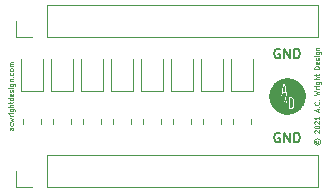
<source format=gbr>
G04 #@! TF.GenerationSoftware,KiCad,Pcbnew,(5.1.9-0-10_14)*
G04 #@! TF.CreationDate,2021-04-08T15:49:56-05:00*
G04 #@! TF.ProjectId,LED Helper,4c454420-4865-46c7-9065-722e6b696361,1*
G04 #@! TF.SameCoordinates,Original*
G04 #@! TF.FileFunction,Legend,Top*
G04 #@! TF.FilePolarity,Positive*
%FSLAX46Y46*%
G04 Gerber Fmt 4.6, Leading zero omitted, Abs format (unit mm)*
G04 Created by KiCad (PCBNEW (5.1.9-0-10_14)) date 2021-04-08 15:49:56*
%MOMM*%
%LPD*%
G01*
G04 APERTURE LIST*
%ADD10C,0.150000*%
%ADD11C,0.100000*%
%ADD12C,0.010000*%
%ADD13C,0.120000*%
G04 APERTURE END LIST*
D10*
X145440476Y-88246000D02*
X145364285Y-88207904D01*
X145250000Y-88207904D01*
X145135714Y-88246000D01*
X145059523Y-88322190D01*
X145021428Y-88398380D01*
X144983333Y-88550761D01*
X144983333Y-88665047D01*
X145021428Y-88817428D01*
X145059523Y-88893619D01*
X145135714Y-88969809D01*
X145250000Y-89007904D01*
X145326190Y-89007904D01*
X145440476Y-88969809D01*
X145478571Y-88931714D01*
X145478571Y-88665047D01*
X145326190Y-88665047D01*
X145821428Y-89007904D02*
X145821428Y-88207904D01*
X146278571Y-89007904D01*
X146278571Y-88207904D01*
X146659523Y-89007904D02*
X146659523Y-88207904D01*
X146850000Y-88207904D01*
X146964285Y-88246000D01*
X147040476Y-88322190D01*
X147078571Y-88398380D01*
X147116666Y-88550761D01*
X147116666Y-88665047D01*
X147078571Y-88817428D01*
X147040476Y-88893619D01*
X146964285Y-88969809D01*
X146850000Y-89007904D01*
X146659523Y-89007904D01*
X145440476Y-81134000D02*
X145364285Y-81095904D01*
X145250000Y-81095904D01*
X145135714Y-81134000D01*
X145059523Y-81210190D01*
X145021428Y-81286380D01*
X144983333Y-81438761D01*
X144983333Y-81553047D01*
X145021428Y-81705428D01*
X145059523Y-81781619D01*
X145135714Y-81857809D01*
X145250000Y-81895904D01*
X145326190Y-81895904D01*
X145440476Y-81857809D01*
X145478571Y-81819714D01*
X145478571Y-81553047D01*
X145326190Y-81553047D01*
X145821428Y-81895904D02*
X145821428Y-81095904D01*
X146278571Y-81895904D01*
X146278571Y-81095904D01*
X146659523Y-81895904D02*
X146659523Y-81095904D01*
X146850000Y-81095904D01*
X146964285Y-81134000D01*
X147040476Y-81210190D01*
X147078571Y-81286380D01*
X147116666Y-81438761D01*
X147116666Y-81553047D01*
X147078571Y-81705428D01*
X147040476Y-81781619D01*
X146964285Y-81857809D01*
X146850000Y-81895904D01*
X146659523Y-81895904D01*
D11*
X122862952Y-87766190D02*
X122653428Y-87766190D01*
X122615333Y-87785238D01*
X122596285Y-87823333D01*
X122596285Y-87899523D01*
X122615333Y-87937619D01*
X122843904Y-87766190D02*
X122862952Y-87804285D01*
X122862952Y-87899523D01*
X122843904Y-87937619D01*
X122805809Y-87956666D01*
X122767714Y-87956666D01*
X122729619Y-87937619D01*
X122710571Y-87899523D01*
X122710571Y-87804285D01*
X122691523Y-87766190D01*
X122843904Y-87404285D02*
X122862952Y-87442380D01*
X122862952Y-87518571D01*
X122843904Y-87556666D01*
X122824857Y-87575714D01*
X122786761Y-87594761D01*
X122672476Y-87594761D01*
X122634380Y-87575714D01*
X122615333Y-87556666D01*
X122596285Y-87518571D01*
X122596285Y-87442380D01*
X122615333Y-87404285D01*
X122596285Y-87270952D02*
X122862952Y-87194761D01*
X122672476Y-87118571D01*
X122862952Y-87042380D01*
X122596285Y-86966190D01*
X122862952Y-86813809D02*
X122596285Y-86813809D01*
X122672476Y-86813809D02*
X122634380Y-86794761D01*
X122615333Y-86775714D01*
X122596285Y-86737619D01*
X122596285Y-86699523D01*
X122862952Y-86566190D02*
X122596285Y-86566190D01*
X122462952Y-86566190D02*
X122482000Y-86585238D01*
X122501047Y-86566190D01*
X122482000Y-86547142D01*
X122462952Y-86566190D01*
X122501047Y-86566190D01*
X122596285Y-86204285D02*
X122920095Y-86204285D01*
X122958190Y-86223333D01*
X122977238Y-86242380D01*
X122996285Y-86280476D01*
X122996285Y-86337619D01*
X122977238Y-86375714D01*
X122843904Y-86204285D02*
X122862952Y-86242380D01*
X122862952Y-86318571D01*
X122843904Y-86356666D01*
X122824857Y-86375714D01*
X122786761Y-86394761D01*
X122672476Y-86394761D01*
X122634380Y-86375714D01*
X122615333Y-86356666D01*
X122596285Y-86318571D01*
X122596285Y-86242380D01*
X122615333Y-86204285D01*
X122862952Y-86013809D02*
X122462952Y-86013809D01*
X122862952Y-85842380D02*
X122653428Y-85842380D01*
X122615333Y-85861428D01*
X122596285Y-85899523D01*
X122596285Y-85956666D01*
X122615333Y-85994761D01*
X122634380Y-86013809D01*
X122596285Y-85709047D02*
X122596285Y-85556666D01*
X122462952Y-85651904D02*
X122805809Y-85651904D01*
X122843904Y-85632857D01*
X122862952Y-85594761D01*
X122862952Y-85556666D01*
X122862952Y-85251904D02*
X122462952Y-85251904D01*
X122843904Y-85251904D02*
X122862952Y-85290000D01*
X122862952Y-85366190D01*
X122843904Y-85404285D01*
X122824857Y-85423333D01*
X122786761Y-85442380D01*
X122672476Y-85442380D01*
X122634380Y-85423333D01*
X122615333Y-85404285D01*
X122596285Y-85366190D01*
X122596285Y-85290000D01*
X122615333Y-85251904D01*
X122843904Y-84909047D02*
X122862952Y-84947142D01*
X122862952Y-85023333D01*
X122843904Y-85061428D01*
X122805809Y-85080476D01*
X122653428Y-85080476D01*
X122615333Y-85061428D01*
X122596285Y-85023333D01*
X122596285Y-84947142D01*
X122615333Y-84909047D01*
X122653428Y-84890000D01*
X122691523Y-84890000D01*
X122729619Y-85080476D01*
X122843904Y-84737619D02*
X122862952Y-84699523D01*
X122862952Y-84623333D01*
X122843904Y-84585238D01*
X122805809Y-84566190D01*
X122786761Y-84566190D01*
X122748666Y-84585238D01*
X122729619Y-84623333D01*
X122729619Y-84680476D01*
X122710571Y-84718571D01*
X122672476Y-84737619D01*
X122653428Y-84737619D01*
X122615333Y-84718571D01*
X122596285Y-84680476D01*
X122596285Y-84623333D01*
X122615333Y-84585238D01*
X122862952Y-84394761D02*
X122596285Y-84394761D01*
X122462952Y-84394761D02*
X122482000Y-84413809D01*
X122501047Y-84394761D01*
X122482000Y-84375714D01*
X122462952Y-84394761D01*
X122501047Y-84394761D01*
X122596285Y-84032857D02*
X122920095Y-84032857D01*
X122958190Y-84051904D01*
X122977238Y-84070952D01*
X122996285Y-84109047D01*
X122996285Y-84166190D01*
X122977238Y-84204285D01*
X122843904Y-84032857D02*
X122862952Y-84070952D01*
X122862952Y-84147142D01*
X122843904Y-84185238D01*
X122824857Y-84204285D01*
X122786761Y-84223333D01*
X122672476Y-84223333D01*
X122634380Y-84204285D01*
X122615333Y-84185238D01*
X122596285Y-84147142D01*
X122596285Y-84070952D01*
X122615333Y-84032857D01*
X122596285Y-83842380D02*
X122862952Y-83842380D01*
X122634380Y-83842380D02*
X122615333Y-83823333D01*
X122596285Y-83785238D01*
X122596285Y-83728095D01*
X122615333Y-83690000D01*
X122653428Y-83670952D01*
X122862952Y-83670952D01*
X122824857Y-83480476D02*
X122843904Y-83461428D01*
X122862952Y-83480476D01*
X122843904Y-83499523D01*
X122824857Y-83480476D01*
X122862952Y-83480476D01*
X122843904Y-83118571D02*
X122862952Y-83156666D01*
X122862952Y-83232857D01*
X122843904Y-83270952D01*
X122824857Y-83290000D01*
X122786761Y-83309047D01*
X122672476Y-83309047D01*
X122634380Y-83290000D01*
X122615333Y-83270952D01*
X122596285Y-83232857D01*
X122596285Y-83156666D01*
X122615333Y-83118571D01*
X122862952Y-82890000D02*
X122843904Y-82928095D01*
X122824857Y-82947142D01*
X122786761Y-82966190D01*
X122672476Y-82966190D01*
X122634380Y-82947142D01*
X122615333Y-82928095D01*
X122596285Y-82890000D01*
X122596285Y-82832857D01*
X122615333Y-82794761D01*
X122634380Y-82775714D01*
X122672476Y-82756666D01*
X122786761Y-82756666D01*
X122824857Y-82775714D01*
X122843904Y-82794761D01*
X122862952Y-82832857D01*
X122862952Y-82890000D01*
X122862952Y-82585238D02*
X122596285Y-82585238D01*
X122634380Y-82585238D02*
X122615333Y-82566190D01*
X122596285Y-82528095D01*
X122596285Y-82470952D01*
X122615333Y-82432857D01*
X122653428Y-82413809D01*
X122862952Y-82413809D01*
X122653428Y-82413809D02*
X122615333Y-82394761D01*
X122596285Y-82356666D01*
X122596285Y-82299523D01*
X122615333Y-82261428D01*
X122653428Y-82242380D01*
X122862952Y-82242380D01*
X148466190Y-88861428D02*
X148447142Y-88899523D01*
X148447142Y-88975714D01*
X148466190Y-89013809D01*
X148504285Y-89051904D01*
X148542380Y-89070952D01*
X148618571Y-89070952D01*
X148656666Y-89051904D01*
X148694761Y-89013809D01*
X148713809Y-88975714D01*
X148713809Y-88899523D01*
X148694761Y-88861428D01*
X148313809Y-88937619D02*
X148332857Y-89032857D01*
X148390000Y-89128095D01*
X148485238Y-89185238D01*
X148580476Y-89204285D01*
X148675714Y-89185238D01*
X148770952Y-89128095D01*
X148828095Y-89032857D01*
X148847142Y-88937619D01*
X148828095Y-88842380D01*
X148770952Y-88747142D01*
X148675714Y-88690000D01*
X148580476Y-88670952D01*
X148485238Y-88690000D01*
X148390000Y-88747142D01*
X148332857Y-88842380D01*
X148313809Y-88937619D01*
X148409047Y-88213809D02*
X148390000Y-88194761D01*
X148370952Y-88156666D01*
X148370952Y-88061428D01*
X148390000Y-88023333D01*
X148409047Y-88004285D01*
X148447142Y-87985238D01*
X148485238Y-87985238D01*
X148542380Y-88004285D01*
X148770952Y-88232857D01*
X148770952Y-87985238D01*
X148370952Y-87737619D02*
X148370952Y-87699523D01*
X148390000Y-87661428D01*
X148409047Y-87642380D01*
X148447142Y-87623333D01*
X148523333Y-87604285D01*
X148618571Y-87604285D01*
X148694761Y-87623333D01*
X148732857Y-87642380D01*
X148751904Y-87661428D01*
X148770952Y-87699523D01*
X148770952Y-87737619D01*
X148751904Y-87775714D01*
X148732857Y-87794761D01*
X148694761Y-87813809D01*
X148618571Y-87832857D01*
X148523333Y-87832857D01*
X148447142Y-87813809D01*
X148409047Y-87794761D01*
X148390000Y-87775714D01*
X148370952Y-87737619D01*
X148409047Y-87451904D02*
X148390000Y-87432857D01*
X148370952Y-87394761D01*
X148370952Y-87299523D01*
X148390000Y-87261428D01*
X148409047Y-87242380D01*
X148447142Y-87223333D01*
X148485238Y-87223333D01*
X148542380Y-87242380D01*
X148770952Y-87470952D01*
X148770952Y-87223333D01*
X148770952Y-86842380D02*
X148770952Y-87070952D01*
X148770952Y-86956666D02*
X148370952Y-86956666D01*
X148428095Y-86994761D01*
X148466190Y-87032857D01*
X148485238Y-87070952D01*
X148656666Y-86385238D02*
X148656666Y-86194761D01*
X148770952Y-86423333D02*
X148370952Y-86290000D01*
X148770952Y-86156666D01*
X148732857Y-86023333D02*
X148751904Y-86004285D01*
X148770952Y-86023333D01*
X148751904Y-86042380D01*
X148732857Y-86023333D01*
X148770952Y-86023333D01*
X148732857Y-85604285D02*
X148751904Y-85623333D01*
X148770952Y-85680476D01*
X148770952Y-85718571D01*
X148751904Y-85775714D01*
X148713809Y-85813809D01*
X148675714Y-85832857D01*
X148599523Y-85851904D01*
X148542380Y-85851904D01*
X148466190Y-85832857D01*
X148428095Y-85813809D01*
X148390000Y-85775714D01*
X148370952Y-85718571D01*
X148370952Y-85680476D01*
X148390000Y-85623333D01*
X148409047Y-85604285D01*
X148732857Y-85432857D02*
X148751904Y-85413809D01*
X148770952Y-85432857D01*
X148751904Y-85451904D01*
X148732857Y-85432857D01*
X148770952Y-85432857D01*
X148370952Y-84975714D02*
X148770952Y-84880476D01*
X148485238Y-84804285D01*
X148770952Y-84728095D01*
X148370952Y-84632857D01*
X148770952Y-84480476D02*
X148504285Y-84480476D01*
X148580476Y-84480476D02*
X148542380Y-84461428D01*
X148523333Y-84442380D01*
X148504285Y-84404285D01*
X148504285Y-84366190D01*
X148770952Y-84232857D02*
X148504285Y-84232857D01*
X148370952Y-84232857D02*
X148390000Y-84251904D01*
X148409047Y-84232857D01*
X148390000Y-84213809D01*
X148370952Y-84232857D01*
X148409047Y-84232857D01*
X148504285Y-83870952D02*
X148828095Y-83870952D01*
X148866190Y-83890000D01*
X148885238Y-83909047D01*
X148904285Y-83947142D01*
X148904285Y-84004285D01*
X148885238Y-84042380D01*
X148751904Y-83870952D02*
X148770952Y-83909047D01*
X148770952Y-83985238D01*
X148751904Y-84023333D01*
X148732857Y-84042380D01*
X148694761Y-84061428D01*
X148580476Y-84061428D01*
X148542380Y-84042380D01*
X148523333Y-84023333D01*
X148504285Y-83985238D01*
X148504285Y-83909047D01*
X148523333Y-83870952D01*
X148770952Y-83680476D02*
X148370952Y-83680476D01*
X148770952Y-83509047D02*
X148561428Y-83509047D01*
X148523333Y-83528095D01*
X148504285Y-83566190D01*
X148504285Y-83623333D01*
X148523333Y-83661428D01*
X148542380Y-83680476D01*
X148504285Y-83375714D02*
X148504285Y-83223333D01*
X148370952Y-83318571D02*
X148713809Y-83318571D01*
X148751904Y-83299523D01*
X148770952Y-83261428D01*
X148770952Y-83223333D01*
X148770952Y-82785238D02*
X148370952Y-82785238D01*
X148370952Y-82690000D01*
X148390000Y-82632857D01*
X148428095Y-82594761D01*
X148466190Y-82575714D01*
X148542380Y-82556666D01*
X148599523Y-82556666D01*
X148675714Y-82575714D01*
X148713809Y-82594761D01*
X148751904Y-82632857D01*
X148770952Y-82690000D01*
X148770952Y-82785238D01*
X148751904Y-82232857D02*
X148770952Y-82270952D01*
X148770952Y-82347142D01*
X148751904Y-82385238D01*
X148713809Y-82404285D01*
X148561428Y-82404285D01*
X148523333Y-82385238D01*
X148504285Y-82347142D01*
X148504285Y-82270952D01*
X148523333Y-82232857D01*
X148561428Y-82213809D01*
X148599523Y-82213809D01*
X148637619Y-82404285D01*
X148751904Y-82061428D02*
X148770952Y-82023333D01*
X148770952Y-81947142D01*
X148751904Y-81909047D01*
X148713809Y-81890000D01*
X148694761Y-81890000D01*
X148656666Y-81909047D01*
X148637619Y-81947142D01*
X148637619Y-82004285D01*
X148618571Y-82042380D01*
X148580476Y-82061428D01*
X148561428Y-82061428D01*
X148523333Y-82042380D01*
X148504285Y-82004285D01*
X148504285Y-81947142D01*
X148523333Y-81909047D01*
X148770952Y-81718571D02*
X148504285Y-81718571D01*
X148370952Y-81718571D02*
X148390000Y-81737619D01*
X148409047Y-81718571D01*
X148390000Y-81699523D01*
X148370952Y-81718571D01*
X148409047Y-81718571D01*
X148504285Y-81356666D02*
X148828095Y-81356666D01*
X148866190Y-81375714D01*
X148885238Y-81394761D01*
X148904285Y-81432857D01*
X148904285Y-81490000D01*
X148885238Y-81528095D01*
X148751904Y-81356666D02*
X148770952Y-81394761D01*
X148770952Y-81470952D01*
X148751904Y-81509047D01*
X148732857Y-81528095D01*
X148694761Y-81547142D01*
X148580476Y-81547142D01*
X148542380Y-81528095D01*
X148523333Y-81509047D01*
X148504285Y-81470952D01*
X148504285Y-81394761D01*
X148523333Y-81356666D01*
X148504285Y-81166190D02*
X148770952Y-81166190D01*
X148542380Y-81166190D02*
X148523333Y-81147142D01*
X148504285Y-81109047D01*
X148504285Y-81051904D01*
X148523333Y-81013809D01*
X148561428Y-80994761D01*
X148770952Y-80994761D01*
D12*
G36*
X146071612Y-83590508D02*
G01*
X146097628Y-83590804D01*
X146121878Y-83591327D01*
X146143386Y-83592076D01*
X146161173Y-83593053D01*
X146166840Y-83593491D01*
X146255967Y-83603579D01*
X146343200Y-83618381D01*
X146428538Y-83637895D01*
X146511978Y-83662121D01*
X146593520Y-83691059D01*
X146673163Y-83724709D01*
X146750905Y-83763069D01*
X146826746Y-83806140D01*
X146900684Y-83853922D01*
X146917410Y-83865570D01*
X146979267Y-83911937D01*
X147039832Y-83962664D01*
X147098380Y-84017064D01*
X147154188Y-84074450D01*
X147206534Y-84134134D01*
X147228824Y-84161630D01*
X147279292Y-84229501D01*
X147325996Y-84300520D01*
X147368742Y-84374287D01*
X147407339Y-84450403D01*
X147441594Y-84528470D01*
X147471316Y-84608089D01*
X147496312Y-84688860D01*
X147511578Y-84748811D01*
X147523802Y-84805916D01*
X147533476Y-84861026D01*
X147540750Y-84915484D01*
X147545774Y-84970631D01*
X147548697Y-85027810D01*
X147549669Y-85088363D01*
X147549670Y-85090000D01*
X147549563Y-85111866D01*
X147549260Y-85134040D01*
X147548790Y-85155480D01*
X147548181Y-85175147D01*
X147547461Y-85192001D01*
X147546659Y-85205001D01*
X147546508Y-85206840D01*
X147537072Y-85292114D01*
X147523576Y-85374660D01*
X147505883Y-85454976D01*
X147483857Y-85533557D01*
X147457363Y-85610901D01*
X147426265Y-85687506D01*
X147398956Y-85746590D01*
X147360700Y-85820345D01*
X147319399Y-85890444D01*
X147274672Y-85957424D01*
X147226135Y-86021823D01*
X147173403Y-86084177D01*
X147116095Y-86145022D01*
X147110571Y-86150571D01*
X147049837Y-86208320D01*
X146987645Y-86261457D01*
X146923457Y-86310366D01*
X146856737Y-86355428D01*
X146786948Y-86397028D01*
X146713552Y-86435548D01*
X146706590Y-86438956D01*
X146627772Y-86474733D01*
X146548492Y-86505538D01*
X146468366Y-86531478D01*
X146387007Y-86552660D01*
X146304030Y-86569192D01*
X146219051Y-86581180D01*
X146182080Y-86584939D01*
X146168738Y-86585935D01*
X146151782Y-86586879D01*
X146132106Y-86587750D01*
X146110607Y-86588527D01*
X146088180Y-86589187D01*
X146065720Y-86589708D01*
X146044123Y-86590070D01*
X146024284Y-86590251D01*
X146007100Y-86590229D01*
X145993465Y-86589982D01*
X145986500Y-86589663D01*
X145951737Y-86587251D01*
X145921149Y-86584863D01*
X145893831Y-86582400D01*
X145868879Y-86579760D01*
X145845389Y-86576841D01*
X145822456Y-86573543D01*
X145799177Y-86569765D01*
X145782471Y-86566830D01*
X145698616Y-86549143D01*
X145615780Y-86526562D01*
X145534265Y-86499225D01*
X145454371Y-86467266D01*
X145376401Y-86430822D01*
X145300656Y-86390029D01*
X145227438Y-86345023D01*
X145157047Y-86295939D01*
X145121630Y-86268824D01*
X145061134Y-86218276D01*
X145002626Y-86163941D01*
X144946794Y-86106539D01*
X144894324Y-86046795D01*
X144845905Y-85985431D01*
X144825570Y-85957410D01*
X144793268Y-85910017D01*
X144764059Y-85863534D01*
X144736896Y-85816191D01*
X144710734Y-85766215D01*
X144701043Y-85746590D01*
X144666289Y-85670216D01*
X144636244Y-85593487D01*
X144610773Y-85515906D01*
X144589740Y-85436976D01*
X144573008Y-85356200D01*
X144560442Y-85273080D01*
X144553491Y-85206840D01*
X144552427Y-85190751D01*
X144551590Y-85170565D01*
X144550979Y-85147258D01*
X144550595Y-85121808D01*
X144550550Y-85114130D01*
X145645917Y-85114130D01*
X145673469Y-85385451D01*
X145678039Y-85430327D01*
X145682148Y-85470378D01*
X145685821Y-85505836D01*
X145689085Y-85536932D01*
X145691967Y-85563899D01*
X145694492Y-85586968D01*
X145696688Y-85606371D01*
X145698582Y-85622339D01*
X145700198Y-85635105D01*
X145701564Y-85644899D01*
X145702706Y-85651954D01*
X145703652Y-85656501D01*
X145704426Y-85658773D01*
X145704695Y-85659097D01*
X145708188Y-85659755D01*
X145716004Y-85660343D01*
X145727388Y-85660835D01*
X145741583Y-85661202D01*
X145757833Y-85661417D01*
X145768605Y-85661461D01*
X145787701Y-85661448D01*
X145802340Y-85661352D01*
X145813147Y-85661127D01*
X145820746Y-85660728D01*
X145825759Y-85660107D01*
X145828811Y-85659221D01*
X145830525Y-85658022D01*
X145831326Y-85656857D01*
X145832072Y-85653480D01*
X145833273Y-85645550D01*
X145834868Y-85633566D01*
X145836797Y-85618029D01*
X145838999Y-85599438D01*
X145841415Y-85578294D01*
X145843984Y-85555097D01*
X145846646Y-85530347D01*
X145847219Y-85524918D01*
X145849852Y-85500132D01*
X145852352Y-85476978D01*
X145854667Y-85455929D01*
X145856742Y-85437455D01*
X145858524Y-85422028D01*
X145859959Y-85410120D01*
X145860993Y-85402201D01*
X145861572Y-85398744D01*
X145861640Y-85398633D01*
X145862098Y-85401282D01*
X145863030Y-85408502D01*
X145864381Y-85419811D01*
X145866096Y-85434728D01*
X145868123Y-85452771D01*
X145870405Y-85473460D01*
X145872888Y-85496312D01*
X145875518Y-85520847D01*
X145876169Y-85526960D01*
X145879110Y-85554186D01*
X145881905Y-85579110D01*
X145884501Y-85601334D01*
X145886850Y-85620458D01*
X145888900Y-85636080D01*
X145890601Y-85647802D01*
X145891902Y-85655223D01*
X145892683Y-85657887D01*
X145894598Y-85659115D01*
X145898430Y-85660044D01*
X145904777Y-85660709D01*
X145914234Y-85661148D01*
X145927398Y-85661398D01*
X145944866Y-85661495D01*
X145951043Y-85661500D01*
X145967495Y-85661432D01*
X145982369Y-85661244D01*
X145994865Y-85660956D01*
X146004185Y-85660587D01*
X146009529Y-85660159D01*
X146010353Y-85659984D01*
X146013511Y-85656616D01*
X146015641Y-85650600D01*
X146015665Y-85650459D01*
X146016104Y-85646873D01*
X146017016Y-85638577D01*
X146017968Y-85629644D01*
X146098260Y-85629644D01*
X146098260Y-85646737D01*
X146098269Y-85715190D01*
X146098299Y-85778644D01*
X146098349Y-85837181D01*
X146098419Y-85890881D01*
X146098511Y-85939827D01*
X146098624Y-85984099D01*
X146098759Y-86023779D01*
X146098916Y-86058947D01*
X146099096Y-86089687D01*
X146099299Y-86116078D01*
X146099526Y-86138201D01*
X146099776Y-86156139D01*
X146100051Y-86169973D01*
X146100351Y-86179783D01*
X146100675Y-86185652D01*
X146100972Y-86187601D01*
X146101621Y-86188631D01*
X146102633Y-86189507D01*
X146104384Y-86190241D01*
X146107252Y-86190840D01*
X146111613Y-86191316D01*
X146117844Y-86191676D01*
X146126321Y-86191931D01*
X146137422Y-86192090D01*
X146151523Y-86192163D01*
X146169000Y-86192159D01*
X146190232Y-86192087D01*
X146215594Y-86191958D01*
X146245463Y-86191780D01*
X146262897Y-86191671D01*
X146295436Y-86191460D01*
X146323320Y-86191258D01*
X146346973Y-86191048D01*
X146366821Y-86190816D01*
X146383288Y-86190548D01*
X146396799Y-86190228D01*
X146407778Y-86189841D01*
X146416651Y-86189372D01*
X146423841Y-86188808D01*
X146429775Y-86188131D01*
X146434876Y-86187329D01*
X146439569Y-86186386D01*
X146444170Y-86185313D01*
X146478445Y-86174933D01*
X146508964Y-86161313D01*
X146535802Y-86144360D01*
X146559034Y-86123981D01*
X146578736Y-86100084D01*
X146594986Y-86072574D01*
X146607857Y-86041360D01*
X146617427Y-86006348D01*
X146623771Y-85967445D01*
X146624046Y-85965030D01*
X146624524Y-85958577D01*
X146624941Y-85948294D01*
X146625297Y-85934064D01*
X146625594Y-85915769D01*
X146625832Y-85893290D01*
X146626011Y-85866510D01*
X146626132Y-85835311D01*
X146626197Y-85799576D01*
X146626205Y-85759186D01*
X146626158Y-85714023D01*
X146626055Y-85663971D01*
X146625966Y-85631020D01*
X146625062Y-85322410D01*
X146619349Y-85297301D01*
X146616231Y-85284431D01*
X146612760Y-85271391D01*
X146609508Y-85260300D01*
X146608323Y-85256661D01*
X146595118Y-85225224D01*
X146578225Y-85197129D01*
X146557816Y-85172550D01*
X146534064Y-85151662D01*
X146507142Y-85134640D01*
X146477222Y-85121659D01*
X146474125Y-85120608D01*
X146465988Y-85117917D01*
X146458724Y-85115605D01*
X146451886Y-85113640D01*
X146445029Y-85111992D01*
X146437707Y-85110629D01*
X146429473Y-85109520D01*
X146419883Y-85108633D01*
X146408490Y-85107937D01*
X146394849Y-85107402D01*
X146378514Y-85106996D01*
X146359039Y-85106687D01*
X146335978Y-85106444D01*
X146308886Y-85106237D01*
X146277317Y-85106034D01*
X146265059Y-85105957D01*
X146230403Y-85105765D01*
X146200551Y-85105656D01*
X146175230Y-85105633D01*
X146154163Y-85105700D01*
X146137076Y-85105860D01*
X146123694Y-85106117D01*
X146113742Y-85106473D01*
X146106945Y-85106932D01*
X146103029Y-85107497D01*
X146101864Y-85107950D01*
X146101445Y-85108836D01*
X146101058Y-85110897D01*
X146100704Y-85114326D01*
X146100379Y-85119316D01*
X146100084Y-85126060D01*
X146099816Y-85134750D01*
X146099575Y-85145578D01*
X146099360Y-85158738D01*
X146099168Y-85174423D01*
X146098998Y-85192824D01*
X146098850Y-85214134D01*
X146098722Y-85238547D01*
X146098613Y-85266254D01*
X146098522Y-85297449D01*
X146098446Y-85332324D01*
X146098385Y-85371072D01*
X146098338Y-85413885D01*
X146098303Y-85460956D01*
X146098279Y-85512477D01*
X146098265Y-85568642D01*
X146098260Y-85629644D01*
X146017968Y-85629644D01*
X146018366Y-85625915D01*
X146020118Y-85609233D01*
X146022237Y-85588873D01*
X146024687Y-85565182D01*
X146027433Y-85538502D01*
X146030438Y-85509180D01*
X146033669Y-85477558D01*
X146037088Y-85443982D01*
X146040661Y-85408796D01*
X146043751Y-85378290D01*
X146070472Y-85114130D01*
X146064822Y-85109513D01*
X146062133Y-85107733D01*
X146058592Y-85106511D01*
X146053338Y-85105775D01*
X146045509Y-85105451D01*
X146034244Y-85105463D01*
X146020416Y-85105703D01*
X146003441Y-85106252D01*
X145990612Y-85107092D01*
X145982245Y-85108194D01*
X145978740Y-85109436D01*
X145977883Y-85112582D01*
X145976649Y-85120517D01*
X145975068Y-85132966D01*
X145973170Y-85149653D01*
X145970985Y-85170303D01*
X145968543Y-85194642D01*
X145965874Y-85222394D01*
X145963008Y-85253284D01*
X145962644Y-85257280D01*
X145960206Y-85283881D01*
X145957871Y-85308947D01*
X145955684Y-85332025D01*
X145953689Y-85352662D01*
X145951931Y-85370406D01*
X145950456Y-85384803D01*
X145949307Y-85395401D01*
X145948530Y-85401748D01*
X145948209Y-85403457D01*
X145947743Y-85401236D01*
X145946847Y-85394399D01*
X145945567Y-85383384D01*
X145943950Y-85368634D01*
X145942042Y-85350588D01*
X145939890Y-85329687D01*
X145937541Y-85306370D01*
X145935042Y-85281080D01*
X145932868Y-85258712D01*
X145929527Y-85224582D01*
X145926491Y-85194610D01*
X145923776Y-85168929D01*
X145921396Y-85147672D01*
X145919367Y-85130974D01*
X145917704Y-85118967D01*
X145916424Y-85111784D01*
X145915692Y-85109609D01*
X145912102Y-85108258D01*
X145904174Y-85107187D01*
X145891681Y-85106378D01*
X145874398Y-85105812D01*
X145868962Y-85105700D01*
X145849719Y-85105442D01*
X145834949Y-85105514D01*
X145824051Y-85105982D01*
X145816426Y-85106908D01*
X145811474Y-85108358D01*
X145808593Y-85110397D01*
X145807453Y-85112294D01*
X145806975Y-85115341D01*
X145806063Y-85122893D01*
X145804773Y-85134397D01*
X145803160Y-85149301D01*
X145801280Y-85167053D01*
X145799190Y-85187100D01*
X145796943Y-85208890D01*
X145794598Y-85231871D01*
X145792208Y-85255492D01*
X145789830Y-85279199D01*
X145787519Y-85302440D01*
X145785331Y-85324665D01*
X145783322Y-85345319D01*
X145781547Y-85363852D01*
X145780063Y-85379710D01*
X145778924Y-85392343D01*
X145778187Y-85401196D01*
X145777935Y-85404960D01*
X145777629Y-85407527D01*
X145777101Y-85406839D01*
X145776329Y-85402701D01*
X145775292Y-85394918D01*
X145773970Y-85383295D01*
X145772342Y-85367637D01*
X145770387Y-85347750D01*
X145768084Y-85323439D01*
X145765412Y-85294509D01*
X145762352Y-85260766D01*
X145761423Y-85250443D01*
X145758599Y-85219549D01*
X145755973Y-85191970D01*
X145753576Y-85167967D01*
X145751434Y-85147797D01*
X145749577Y-85131722D01*
X145748032Y-85119999D01*
X145746828Y-85112888D01*
X145746170Y-85110743D01*
X145744353Y-85109148D01*
X145741078Y-85107961D01*
X145735609Y-85107102D01*
X145727210Y-85106490D01*
X145715144Y-85106045D01*
X145700170Y-85105713D01*
X145684207Y-85105468D01*
X145672512Y-85105456D01*
X145664277Y-85105741D01*
X145658693Y-85106387D01*
X145654952Y-85107456D01*
X145652246Y-85109013D01*
X145651589Y-85109523D01*
X145645917Y-85114130D01*
X144550550Y-85114130D01*
X144550438Y-85095192D01*
X144550505Y-85069287D01*
X145475977Y-85069287D01*
X145476006Y-85071005D01*
X145477532Y-85072054D01*
X145480520Y-85072893D01*
X145485471Y-85073545D01*
X145492889Y-85074032D01*
X145503275Y-85074374D01*
X145517133Y-85074595D01*
X145534965Y-85074716D01*
X145557274Y-85074758D01*
X145562320Y-85074760D01*
X145586520Y-85074713D01*
X145606051Y-85074562D01*
X145621320Y-85074293D01*
X145632737Y-85073890D01*
X145640709Y-85073338D01*
X145645648Y-85072622D01*
X145647960Y-85071726D01*
X145648098Y-85071585D01*
X145649019Y-85068448D01*
X145650556Y-85060835D01*
X145652620Y-85049299D01*
X145655117Y-85034396D01*
X145657957Y-85016678D01*
X145661045Y-84996699D01*
X145664292Y-84975015D01*
X145665401Y-84967445D01*
X145680123Y-84866480D01*
X145851314Y-84866480D01*
X145852766Y-84874735D01*
X145853449Y-84879096D01*
X145854749Y-84887866D01*
X145856578Y-84900421D01*
X145858845Y-84916140D01*
X145861461Y-84934399D01*
X145864336Y-84954577D01*
X145867331Y-84975700D01*
X145870385Y-84996901D01*
X145873323Y-85016568D01*
X145876052Y-85034120D01*
X145878475Y-85048977D01*
X145880499Y-85060557D01*
X145882028Y-85068279D01*
X145882967Y-85071564D01*
X145882983Y-85071585D01*
X145886240Y-85072553D01*
X145893865Y-85073363D01*
X145905145Y-85074018D01*
X145919370Y-85074519D01*
X145935829Y-85074867D01*
X145953811Y-85075065D01*
X145972604Y-85075113D01*
X145991500Y-85075015D01*
X146009785Y-85074771D01*
X146026750Y-85074383D01*
X146041683Y-85073853D01*
X146053874Y-85073183D01*
X146062612Y-85072373D01*
X146067185Y-85071427D01*
X146067621Y-85071141D01*
X146067543Y-85068282D01*
X146066675Y-85060692D01*
X146065062Y-85048653D01*
X146062750Y-85032444D01*
X146059784Y-85012346D01*
X146056210Y-84988638D01*
X146052074Y-84961602D01*
X146047420Y-84931518D01*
X146042295Y-84898667D01*
X146036744Y-84863327D01*
X146030813Y-84825781D01*
X146024546Y-84786308D01*
X146023477Y-84779597D01*
X146099192Y-84779597D01*
X146099205Y-84807264D01*
X146099306Y-84834599D01*
X146099494Y-84861060D01*
X146099771Y-84886108D01*
X146100135Y-84909201D01*
X146100587Y-84929799D01*
X146101126Y-84947361D01*
X146101753Y-84961347D01*
X146102468Y-84971214D01*
X146103085Y-84975700D01*
X146110708Y-85000594D01*
X146122055Y-85022326D01*
X146136888Y-85040640D01*
X146154969Y-85055280D01*
X146176060Y-85065989D01*
X146191310Y-85070730D01*
X146204370Y-85072924D01*
X146220350Y-85074167D01*
X146237511Y-85074459D01*
X146254116Y-85073794D01*
X146268426Y-85072171D01*
X146274684Y-85070870D01*
X146296389Y-85062922D01*
X146316211Y-85051176D01*
X146333269Y-85036315D01*
X146346680Y-85019022D01*
X146350522Y-85012181D01*
X146355041Y-85002662D01*
X146358588Y-84993472D01*
X146361300Y-84983780D01*
X146363311Y-84972749D01*
X146364758Y-84959547D01*
X146365775Y-84943340D01*
X146366497Y-84923292D01*
X146366782Y-84911914D01*
X146368086Y-84854478D01*
X146362147Y-84850319D01*
X146358950Y-84848675D01*
X146354265Y-84847513D01*
X146347271Y-84846758D01*
X146337146Y-84846336D01*
X146323070Y-84846171D01*
X146316700Y-84846160D01*
X146300058Y-84846094D01*
X146287496Y-84846313D01*
X146278443Y-84847439D01*
X146272329Y-84850092D01*
X146268583Y-84854896D01*
X146266634Y-84862472D01*
X146265912Y-84873442D01*
X146265846Y-84888427D01*
X146265885Y-84901549D01*
X146265728Y-84921956D01*
X146265204Y-84937914D01*
X146264209Y-84950043D01*
X146262644Y-84958967D01*
X146260405Y-84965307D01*
X146257392Y-84969687D01*
X146254342Y-84972207D01*
X146246931Y-84974963D01*
X146236957Y-84976155D01*
X146226711Y-84975718D01*
X146218485Y-84973587D01*
X146217805Y-84973248D01*
X146215310Y-84971834D01*
X146213160Y-84970214D01*
X146211329Y-84968021D01*
X146209793Y-84964889D01*
X146208525Y-84960452D01*
X146207500Y-84954345D01*
X146206692Y-84946199D01*
X146206074Y-84935651D01*
X146205622Y-84922332D01*
X146205309Y-84905878D01*
X146205111Y-84885922D01*
X146205000Y-84862097D01*
X146204952Y-84834039D01*
X146204940Y-84801380D01*
X146204940Y-84790280D01*
X146204946Y-84756115D01*
X146204983Y-84726665D01*
X146205074Y-84701563D01*
X146205244Y-84680445D01*
X146205517Y-84662944D01*
X146205919Y-84648695D01*
X146206475Y-84637333D01*
X146207208Y-84628491D01*
X146208143Y-84621803D01*
X146209305Y-84616906D01*
X146210719Y-84613431D01*
X146212410Y-84611015D01*
X146214401Y-84609292D01*
X146216718Y-84607895D01*
X146217257Y-84607604D01*
X146222629Y-84606060D01*
X146230868Y-84605064D01*
X146236644Y-84604860D01*
X146245579Y-84605255D01*
X146251345Y-84606838D01*
X146255817Y-84610201D01*
X146256821Y-84611246D01*
X146260011Y-84615227D01*
X146262365Y-84619830D01*
X146264006Y-84625858D01*
X146265056Y-84634115D01*
X146265637Y-84645403D01*
X146265873Y-84660527D01*
X146265900Y-84670709D01*
X146266089Y-84687808D01*
X146266669Y-84700084D01*
X146267659Y-84707782D01*
X146268947Y-84711031D01*
X146272207Y-84712275D01*
X146279364Y-84713177D01*
X146290754Y-84713760D01*
X146306710Y-84714043D01*
X146316896Y-84714080D01*
X146333598Y-84714010D01*
X146345916Y-84713763D01*
X146354544Y-84713284D01*
X146360178Y-84712518D01*
X146363510Y-84711408D01*
X146364981Y-84710244D01*
X146366193Y-84706131D01*
X146366962Y-84697894D01*
X146367321Y-84686465D01*
X146367300Y-84672778D01*
X146366930Y-84657766D01*
X146366245Y-84642361D01*
X146365273Y-84627498D01*
X146364048Y-84614109D01*
X146362600Y-84603127D01*
X146361143Y-84596108D01*
X146352081Y-84572172D01*
X146339314Y-84551542D01*
X146323082Y-84534452D01*
X146303623Y-84521136D01*
X146281175Y-84511831D01*
X146273283Y-84509711D01*
X146257915Y-84507247D01*
X146239721Y-84506108D01*
X146220779Y-84506293D01*
X146203167Y-84507803D01*
X146192476Y-84509711D01*
X146169397Y-84517613D01*
X146149123Y-84529630D01*
X146131926Y-84545471D01*
X146118079Y-84564845D01*
X146107855Y-84587462D01*
X146103044Y-84604860D01*
X146102263Y-84611185D01*
X146101570Y-84622044D01*
X146100966Y-84636897D01*
X146100450Y-84655202D01*
X146100022Y-84676420D01*
X146099682Y-84700009D01*
X146099431Y-84725429D01*
X146099268Y-84752138D01*
X146099192Y-84779597D01*
X146023477Y-84779597D01*
X146017990Y-84745189D01*
X146011190Y-84702704D01*
X146004192Y-84659133D01*
X145997041Y-84614757D01*
X145989782Y-84569856D01*
X145982461Y-84524711D01*
X145975124Y-84479602D01*
X145967817Y-84434809D01*
X145960583Y-84390613D01*
X145953470Y-84347293D01*
X145946523Y-84305132D01*
X145939787Y-84264408D01*
X145933308Y-84225402D01*
X145927130Y-84188394D01*
X145921301Y-84153666D01*
X145915865Y-84121497D01*
X145910868Y-84092168D01*
X145906355Y-84065958D01*
X145902372Y-84043149D01*
X145898964Y-84024021D01*
X145896177Y-84008854D01*
X145894056Y-83997929D01*
X145892648Y-83991525D01*
X145892078Y-83989853D01*
X145888818Y-83989363D01*
X145881098Y-83988940D01*
X145869540Y-83988581D01*
X145854762Y-83988288D01*
X145837387Y-83988060D01*
X145818033Y-83987896D01*
X145797322Y-83987796D01*
X145775873Y-83987761D01*
X145754307Y-83987790D01*
X145733244Y-83987882D01*
X145713305Y-83988037D01*
X145695110Y-83988256D01*
X145679278Y-83988538D01*
X145666431Y-83988882D01*
X145657189Y-83989288D01*
X145652171Y-83989757D01*
X145651504Y-83989950D01*
X145650650Y-83992707D01*
X145649050Y-84000202D01*
X145646750Y-84012153D01*
X145643795Y-84028280D01*
X145640232Y-84048303D01*
X145636105Y-84071942D01*
X145631460Y-84098915D01*
X145626343Y-84128942D01*
X145620799Y-84161743D01*
X145614873Y-84197037D01*
X145608611Y-84234545D01*
X145602060Y-84273984D01*
X145595263Y-84315075D01*
X145588267Y-84357538D01*
X145581118Y-84401091D01*
X145573860Y-84445455D01*
X145566540Y-84490349D01*
X145559203Y-84535492D01*
X145551894Y-84580604D01*
X145544659Y-84625404D01*
X145537544Y-84669613D01*
X145530594Y-84712948D01*
X145523854Y-84755131D01*
X145517370Y-84795880D01*
X145511188Y-84834915D01*
X145505353Y-84871956D01*
X145499911Y-84906721D01*
X145494907Y-84938931D01*
X145490387Y-84968305D01*
X145486397Y-84994563D01*
X145482981Y-85017424D01*
X145480185Y-85036607D01*
X145478056Y-85051832D01*
X145476638Y-85062819D01*
X145475977Y-85069287D01*
X144550505Y-85069287D01*
X144550508Y-85068387D01*
X144550804Y-85042371D01*
X144551327Y-85018121D01*
X144552076Y-84996613D01*
X144553053Y-84978826D01*
X144553491Y-84973160D01*
X144562927Y-84887885D01*
X144576423Y-84805339D01*
X144594116Y-84725023D01*
X144616142Y-84646442D01*
X144642636Y-84569098D01*
X144673734Y-84492493D01*
X144701043Y-84433410D01*
X144739299Y-84359654D01*
X144780600Y-84289555D01*
X144825327Y-84222575D01*
X144873864Y-84158176D01*
X144926596Y-84095822D01*
X144983904Y-84034977D01*
X144989428Y-84029428D01*
X145050162Y-83971679D01*
X145112354Y-83918542D01*
X145176542Y-83869633D01*
X145243262Y-83824571D01*
X145313051Y-83782971D01*
X145386447Y-83744451D01*
X145393410Y-83741043D01*
X145469783Y-83706289D01*
X145546512Y-83676244D01*
X145624093Y-83650773D01*
X145703023Y-83629740D01*
X145783799Y-83613008D01*
X145866919Y-83600442D01*
X145933160Y-83593491D01*
X145949248Y-83592427D01*
X145969434Y-83591590D01*
X145992741Y-83590979D01*
X146018191Y-83590595D01*
X146044807Y-83590438D01*
X146071612Y-83590508D01*
G37*
X146071612Y-83590508D02*
X146097628Y-83590804D01*
X146121878Y-83591327D01*
X146143386Y-83592076D01*
X146161173Y-83593053D01*
X146166840Y-83593491D01*
X146255967Y-83603579D01*
X146343200Y-83618381D01*
X146428538Y-83637895D01*
X146511978Y-83662121D01*
X146593520Y-83691059D01*
X146673163Y-83724709D01*
X146750905Y-83763069D01*
X146826746Y-83806140D01*
X146900684Y-83853922D01*
X146917410Y-83865570D01*
X146979267Y-83911937D01*
X147039832Y-83962664D01*
X147098380Y-84017064D01*
X147154188Y-84074450D01*
X147206534Y-84134134D01*
X147228824Y-84161630D01*
X147279292Y-84229501D01*
X147325996Y-84300520D01*
X147368742Y-84374287D01*
X147407339Y-84450403D01*
X147441594Y-84528470D01*
X147471316Y-84608089D01*
X147496312Y-84688860D01*
X147511578Y-84748811D01*
X147523802Y-84805916D01*
X147533476Y-84861026D01*
X147540750Y-84915484D01*
X147545774Y-84970631D01*
X147548697Y-85027810D01*
X147549669Y-85088363D01*
X147549670Y-85090000D01*
X147549563Y-85111866D01*
X147549260Y-85134040D01*
X147548790Y-85155480D01*
X147548181Y-85175147D01*
X147547461Y-85192001D01*
X147546659Y-85205001D01*
X147546508Y-85206840D01*
X147537072Y-85292114D01*
X147523576Y-85374660D01*
X147505883Y-85454976D01*
X147483857Y-85533557D01*
X147457363Y-85610901D01*
X147426265Y-85687506D01*
X147398956Y-85746590D01*
X147360700Y-85820345D01*
X147319399Y-85890444D01*
X147274672Y-85957424D01*
X147226135Y-86021823D01*
X147173403Y-86084177D01*
X147116095Y-86145022D01*
X147110571Y-86150571D01*
X147049837Y-86208320D01*
X146987645Y-86261457D01*
X146923457Y-86310366D01*
X146856737Y-86355428D01*
X146786948Y-86397028D01*
X146713552Y-86435548D01*
X146706590Y-86438956D01*
X146627772Y-86474733D01*
X146548492Y-86505538D01*
X146468366Y-86531478D01*
X146387007Y-86552660D01*
X146304030Y-86569192D01*
X146219051Y-86581180D01*
X146182080Y-86584939D01*
X146168738Y-86585935D01*
X146151782Y-86586879D01*
X146132106Y-86587750D01*
X146110607Y-86588527D01*
X146088180Y-86589187D01*
X146065720Y-86589708D01*
X146044123Y-86590070D01*
X146024284Y-86590251D01*
X146007100Y-86590229D01*
X145993465Y-86589982D01*
X145986500Y-86589663D01*
X145951737Y-86587251D01*
X145921149Y-86584863D01*
X145893831Y-86582400D01*
X145868879Y-86579760D01*
X145845389Y-86576841D01*
X145822456Y-86573543D01*
X145799177Y-86569765D01*
X145782471Y-86566830D01*
X145698616Y-86549143D01*
X145615780Y-86526562D01*
X145534265Y-86499225D01*
X145454371Y-86467266D01*
X145376401Y-86430822D01*
X145300656Y-86390029D01*
X145227438Y-86345023D01*
X145157047Y-86295939D01*
X145121630Y-86268824D01*
X145061134Y-86218276D01*
X145002626Y-86163941D01*
X144946794Y-86106539D01*
X144894324Y-86046795D01*
X144845905Y-85985431D01*
X144825570Y-85957410D01*
X144793268Y-85910017D01*
X144764059Y-85863534D01*
X144736896Y-85816191D01*
X144710734Y-85766215D01*
X144701043Y-85746590D01*
X144666289Y-85670216D01*
X144636244Y-85593487D01*
X144610773Y-85515906D01*
X144589740Y-85436976D01*
X144573008Y-85356200D01*
X144560442Y-85273080D01*
X144553491Y-85206840D01*
X144552427Y-85190751D01*
X144551590Y-85170565D01*
X144550979Y-85147258D01*
X144550595Y-85121808D01*
X144550550Y-85114130D01*
X145645917Y-85114130D01*
X145673469Y-85385451D01*
X145678039Y-85430327D01*
X145682148Y-85470378D01*
X145685821Y-85505836D01*
X145689085Y-85536932D01*
X145691967Y-85563899D01*
X145694492Y-85586968D01*
X145696688Y-85606371D01*
X145698582Y-85622339D01*
X145700198Y-85635105D01*
X145701564Y-85644899D01*
X145702706Y-85651954D01*
X145703652Y-85656501D01*
X145704426Y-85658773D01*
X145704695Y-85659097D01*
X145708188Y-85659755D01*
X145716004Y-85660343D01*
X145727388Y-85660835D01*
X145741583Y-85661202D01*
X145757833Y-85661417D01*
X145768605Y-85661461D01*
X145787701Y-85661448D01*
X145802340Y-85661352D01*
X145813147Y-85661127D01*
X145820746Y-85660728D01*
X145825759Y-85660107D01*
X145828811Y-85659221D01*
X145830525Y-85658022D01*
X145831326Y-85656857D01*
X145832072Y-85653480D01*
X145833273Y-85645550D01*
X145834868Y-85633566D01*
X145836797Y-85618029D01*
X145838999Y-85599438D01*
X145841415Y-85578294D01*
X145843984Y-85555097D01*
X145846646Y-85530347D01*
X145847219Y-85524918D01*
X145849852Y-85500132D01*
X145852352Y-85476978D01*
X145854667Y-85455929D01*
X145856742Y-85437455D01*
X145858524Y-85422028D01*
X145859959Y-85410120D01*
X145860993Y-85402201D01*
X145861572Y-85398744D01*
X145861640Y-85398633D01*
X145862098Y-85401282D01*
X145863030Y-85408502D01*
X145864381Y-85419811D01*
X145866096Y-85434728D01*
X145868123Y-85452771D01*
X145870405Y-85473460D01*
X145872888Y-85496312D01*
X145875518Y-85520847D01*
X145876169Y-85526960D01*
X145879110Y-85554186D01*
X145881905Y-85579110D01*
X145884501Y-85601334D01*
X145886850Y-85620458D01*
X145888900Y-85636080D01*
X145890601Y-85647802D01*
X145891902Y-85655223D01*
X145892683Y-85657887D01*
X145894598Y-85659115D01*
X145898430Y-85660044D01*
X145904777Y-85660709D01*
X145914234Y-85661148D01*
X145927398Y-85661398D01*
X145944866Y-85661495D01*
X145951043Y-85661500D01*
X145967495Y-85661432D01*
X145982369Y-85661244D01*
X145994865Y-85660956D01*
X146004185Y-85660587D01*
X146009529Y-85660159D01*
X146010353Y-85659984D01*
X146013511Y-85656616D01*
X146015641Y-85650600D01*
X146015665Y-85650459D01*
X146016104Y-85646873D01*
X146017016Y-85638577D01*
X146017968Y-85629644D01*
X146098260Y-85629644D01*
X146098260Y-85646737D01*
X146098269Y-85715190D01*
X146098299Y-85778644D01*
X146098349Y-85837181D01*
X146098419Y-85890881D01*
X146098511Y-85939827D01*
X146098624Y-85984099D01*
X146098759Y-86023779D01*
X146098916Y-86058947D01*
X146099096Y-86089687D01*
X146099299Y-86116078D01*
X146099526Y-86138201D01*
X146099776Y-86156139D01*
X146100051Y-86169973D01*
X146100351Y-86179783D01*
X146100675Y-86185652D01*
X146100972Y-86187601D01*
X146101621Y-86188631D01*
X146102633Y-86189507D01*
X146104384Y-86190241D01*
X146107252Y-86190840D01*
X146111613Y-86191316D01*
X146117844Y-86191676D01*
X146126321Y-86191931D01*
X146137422Y-86192090D01*
X146151523Y-86192163D01*
X146169000Y-86192159D01*
X146190232Y-86192087D01*
X146215594Y-86191958D01*
X146245463Y-86191780D01*
X146262897Y-86191671D01*
X146295436Y-86191460D01*
X146323320Y-86191258D01*
X146346973Y-86191048D01*
X146366821Y-86190816D01*
X146383288Y-86190548D01*
X146396799Y-86190228D01*
X146407778Y-86189841D01*
X146416651Y-86189372D01*
X146423841Y-86188808D01*
X146429775Y-86188131D01*
X146434876Y-86187329D01*
X146439569Y-86186386D01*
X146444170Y-86185313D01*
X146478445Y-86174933D01*
X146508964Y-86161313D01*
X146535802Y-86144360D01*
X146559034Y-86123981D01*
X146578736Y-86100084D01*
X146594986Y-86072574D01*
X146607857Y-86041360D01*
X146617427Y-86006348D01*
X146623771Y-85967445D01*
X146624046Y-85965030D01*
X146624524Y-85958577D01*
X146624941Y-85948294D01*
X146625297Y-85934064D01*
X146625594Y-85915769D01*
X146625832Y-85893290D01*
X146626011Y-85866510D01*
X146626132Y-85835311D01*
X146626197Y-85799576D01*
X146626205Y-85759186D01*
X146626158Y-85714023D01*
X146626055Y-85663971D01*
X146625966Y-85631020D01*
X146625062Y-85322410D01*
X146619349Y-85297301D01*
X146616231Y-85284431D01*
X146612760Y-85271391D01*
X146609508Y-85260300D01*
X146608323Y-85256661D01*
X146595118Y-85225224D01*
X146578225Y-85197129D01*
X146557816Y-85172550D01*
X146534064Y-85151662D01*
X146507142Y-85134640D01*
X146477222Y-85121659D01*
X146474125Y-85120608D01*
X146465988Y-85117917D01*
X146458724Y-85115605D01*
X146451886Y-85113640D01*
X146445029Y-85111992D01*
X146437707Y-85110629D01*
X146429473Y-85109520D01*
X146419883Y-85108633D01*
X146408490Y-85107937D01*
X146394849Y-85107402D01*
X146378514Y-85106996D01*
X146359039Y-85106687D01*
X146335978Y-85106444D01*
X146308886Y-85106237D01*
X146277317Y-85106034D01*
X146265059Y-85105957D01*
X146230403Y-85105765D01*
X146200551Y-85105656D01*
X146175230Y-85105633D01*
X146154163Y-85105700D01*
X146137076Y-85105860D01*
X146123694Y-85106117D01*
X146113742Y-85106473D01*
X146106945Y-85106932D01*
X146103029Y-85107497D01*
X146101864Y-85107950D01*
X146101445Y-85108836D01*
X146101058Y-85110897D01*
X146100704Y-85114326D01*
X146100379Y-85119316D01*
X146100084Y-85126060D01*
X146099816Y-85134750D01*
X146099575Y-85145578D01*
X146099360Y-85158738D01*
X146099168Y-85174423D01*
X146098998Y-85192824D01*
X146098850Y-85214134D01*
X146098722Y-85238547D01*
X146098613Y-85266254D01*
X146098522Y-85297449D01*
X146098446Y-85332324D01*
X146098385Y-85371072D01*
X146098338Y-85413885D01*
X146098303Y-85460956D01*
X146098279Y-85512477D01*
X146098265Y-85568642D01*
X146098260Y-85629644D01*
X146017968Y-85629644D01*
X146018366Y-85625915D01*
X146020118Y-85609233D01*
X146022237Y-85588873D01*
X146024687Y-85565182D01*
X146027433Y-85538502D01*
X146030438Y-85509180D01*
X146033669Y-85477558D01*
X146037088Y-85443982D01*
X146040661Y-85408796D01*
X146043751Y-85378290D01*
X146070472Y-85114130D01*
X146064822Y-85109513D01*
X146062133Y-85107733D01*
X146058592Y-85106511D01*
X146053338Y-85105775D01*
X146045509Y-85105451D01*
X146034244Y-85105463D01*
X146020416Y-85105703D01*
X146003441Y-85106252D01*
X145990612Y-85107092D01*
X145982245Y-85108194D01*
X145978740Y-85109436D01*
X145977883Y-85112582D01*
X145976649Y-85120517D01*
X145975068Y-85132966D01*
X145973170Y-85149653D01*
X145970985Y-85170303D01*
X145968543Y-85194642D01*
X145965874Y-85222394D01*
X145963008Y-85253284D01*
X145962644Y-85257280D01*
X145960206Y-85283881D01*
X145957871Y-85308947D01*
X145955684Y-85332025D01*
X145953689Y-85352662D01*
X145951931Y-85370406D01*
X145950456Y-85384803D01*
X145949307Y-85395401D01*
X145948530Y-85401748D01*
X145948209Y-85403457D01*
X145947743Y-85401236D01*
X145946847Y-85394399D01*
X145945567Y-85383384D01*
X145943950Y-85368634D01*
X145942042Y-85350588D01*
X145939890Y-85329687D01*
X145937541Y-85306370D01*
X145935042Y-85281080D01*
X145932868Y-85258712D01*
X145929527Y-85224582D01*
X145926491Y-85194610D01*
X145923776Y-85168929D01*
X145921396Y-85147672D01*
X145919367Y-85130974D01*
X145917704Y-85118967D01*
X145916424Y-85111784D01*
X145915692Y-85109609D01*
X145912102Y-85108258D01*
X145904174Y-85107187D01*
X145891681Y-85106378D01*
X145874398Y-85105812D01*
X145868962Y-85105700D01*
X145849719Y-85105442D01*
X145834949Y-85105514D01*
X145824051Y-85105982D01*
X145816426Y-85106908D01*
X145811474Y-85108358D01*
X145808593Y-85110397D01*
X145807453Y-85112294D01*
X145806975Y-85115341D01*
X145806063Y-85122893D01*
X145804773Y-85134397D01*
X145803160Y-85149301D01*
X145801280Y-85167053D01*
X145799190Y-85187100D01*
X145796943Y-85208890D01*
X145794598Y-85231871D01*
X145792208Y-85255492D01*
X145789830Y-85279199D01*
X145787519Y-85302440D01*
X145785331Y-85324665D01*
X145783322Y-85345319D01*
X145781547Y-85363852D01*
X145780063Y-85379710D01*
X145778924Y-85392343D01*
X145778187Y-85401196D01*
X145777935Y-85404960D01*
X145777629Y-85407527D01*
X145777101Y-85406839D01*
X145776329Y-85402701D01*
X145775292Y-85394918D01*
X145773970Y-85383295D01*
X145772342Y-85367637D01*
X145770387Y-85347750D01*
X145768084Y-85323439D01*
X145765412Y-85294509D01*
X145762352Y-85260766D01*
X145761423Y-85250443D01*
X145758599Y-85219549D01*
X145755973Y-85191970D01*
X145753576Y-85167967D01*
X145751434Y-85147797D01*
X145749577Y-85131722D01*
X145748032Y-85119999D01*
X145746828Y-85112888D01*
X145746170Y-85110743D01*
X145744353Y-85109148D01*
X145741078Y-85107961D01*
X145735609Y-85107102D01*
X145727210Y-85106490D01*
X145715144Y-85106045D01*
X145700170Y-85105713D01*
X145684207Y-85105468D01*
X145672512Y-85105456D01*
X145664277Y-85105741D01*
X145658693Y-85106387D01*
X145654952Y-85107456D01*
X145652246Y-85109013D01*
X145651589Y-85109523D01*
X145645917Y-85114130D01*
X144550550Y-85114130D01*
X144550438Y-85095192D01*
X144550505Y-85069287D01*
X145475977Y-85069287D01*
X145476006Y-85071005D01*
X145477532Y-85072054D01*
X145480520Y-85072893D01*
X145485471Y-85073545D01*
X145492889Y-85074032D01*
X145503275Y-85074374D01*
X145517133Y-85074595D01*
X145534965Y-85074716D01*
X145557274Y-85074758D01*
X145562320Y-85074760D01*
X145586520Y-85074713D01*
X145606051Y-85074562D01*
X145621320Y-85074293D01*
X145632737Y-85073890D01*
X145640709Y-85073338D01*
X145645648Y-85072622D01*
X145647960Y-85071726D01*
X145648098Y-85071585D01*
X145649019Y-85068448D01*
X145650556Y-85060835D01*
X145652620Y-85049299D01*
X145655117Y-85034396D01*
X145657957Y-85016678D01*
X145661045Y-84996699D01*
X145664292Y-84975015D01*
X145665401Y-84967445D01*
X145680123Y-84866480D01*
X145851314Y-84866480D01*
X145852766Y-84874735D01*
X145853449Y-84879096D01*
X145854749Y-84887866D01*
X145856578Y-84900421D01*
X145858845Y-84916140D01*
X145861461Y-84934399D01*
X145864336Y-84954577D01*
X145867331Y-84975700D01*
X145870385Y-84996901D01*
X145873323Y-85016568D01*
X145876052Y-85034120D01*
X145878475Y-85048977D01*
X145880499Y-85060557D01*
X145882028Y-85068279D01*
X145882967Y-85071564D01*
X145882983Y-85071585D01*
X145886240Y-85072553D01*
X145893865Y-85073363D01*
X145905145Y-85074018D01*
X145919370Y-85074519D01*
X145935829Y-85074867D01*
X145953811Y-85075065D01*
X145972604Y-85075113D01*
X145991500Y-85075015D01*
X146009785Y-85074771D01*
X146026750Y-85074383D01*
X146041683Y-85073853D01*
X146053874Y-85073183D01*
X146062612Y-85072373D01*
X146067185Y-85071427D01*
X146067621Y-85071141D01*
X146067543Y-85068282D01*
X146066675Y-85060692D01*
X146065062Y-85048653D01*
X146062750Y-85032444D01*
X146059784Y-85012346D01*
X146056210Y-84988638D01*
X146052074Y-84961602D01*
X146047420Y-84931518D01*
X146042295Y-84898667D01*
X146036744Y-84863327D01*
X146030813Y-84825781D01*
X146024546Y-84786308D01*
X146023477Y-84779597D01*
X146099192Y-84779597D01*
X146099205Y-84807264D01*
X146099306Y-84834599D01*
X146099494Y-84861060D01*
X146099771Y-84886108D01*
X146100135Y-84909201D01*
X146100587Y-84929799D01*
X146101126Y-84947361D01*
X146101753Y-84961347D01*
X146102468Y-84971214D01*
X146103085Y-84975700D01*
X146110708Y-85000594D01*
X146122055Y-85022326D01*
X146136888Y-85040640D01*
X146154969Y-85055280D01*
X146176060Y-85065989D01*
X146191310Y-85070730D01*
X146204370Y-85072924D01*
X146220350Y-85074167D01*
X146237511Y-85074459D01*
X146254116Y-85073794D01*
X146268426Y-85072171D01*
X146274684Y-85070870D01*
X146296389Y-85062922D01*
X146316211Y-85051176D01*
X146333269Y-85036315D01*
X146346680Y-85019022D01*
X146350522Y-85012181D01*
X146355041Y-85002662D01*
X146358588Y-84993472D01*
X146361300Y-84983780D01*
X146363311Y-84972749D01*
X146364758Y-84959547D01*
X146365775Y-84943340D01*
X146366497Y-84923292D01*
X146366782Y-84911914D01*
X146368086Y-84854478D01*
X146362147Y-84850319D01*
X146358950Y-84848675D01*
X146354265Y-84847513D01*
X146347271Y-84846758D01*
X146337146Y-84846336D01*
X146323070Y-84846171D01*
X146316700Y-84846160D01*
X146300058Y-84846094D01*
X146287496Y-84846313D01*
X146278443Y-84847439D01*
X146272329Y-84850092D01*
X146268583Y-84854896D01*
X146266634Y-84862472D01*
X146265912Y-84873442D01*
X146265846Y-84888427D01*
X146265885Y-84901549D01*
X146265728Y-84921956D01*
X146265204Y-84937914D01*
X146264209Y-84950043D01*
X146262644Y-84958967D01*
X146260405Y-84965307D01*
X146257392Y-84969687D01*
X146254342Y-84972207D01*
X146246931Y-84974963D01*
X146236957Y-84976155D01*
X146226711Y-84975718D01*
X146218485Y-84973587D01*
X146217805Y-84973248D01*
X146215310Y-84971834D01*
X146213160Y-84970214D01*
X146211329Y-84968021D01*
X146209793Y-84964889D01*
X146208525Y-84960452D01*
X146207500Y-84954345D01*
X146206692Y-84946199D01*
X146206074Y-84935651D01*
X146205622Y-84922332D01*
X146205309Y-84905878D01*
X146205111Y-84885922D01*
X146205000Y-84862097D01*
X146204952Y-84834039D01*
X146204940Y-84801380D01*
X146204940Y-84790280D01*
X146204946Y-84756115D01*
X146204983Y-84726665D01*
X146205074Y-84701563D01*
X146205244Y-84680445D01*
X146205517Y-84662944D01*
X146205919Y-84648695D01*
X146206475Y-84637333D01*
X146207208Y-84628491D01*
X146208143Y-84621803D01*
X146209305Y-84616906D01*
X146210719Y-84613431D01*
X146212410Y-84611015D01*
X146214401Y-84609292D01*
X146216718Y-84607895D01*
X146217257Y-84607604D01*
X146222629Y-84606060D01*
X146230868Y-84605064D01*
X146236644Y-84604860D01*
X146245579Y-84605255D01*
X146251345Y-84606838D01*
X146255817Y-84610201D01*
X146256821Y-84611246D01*
X146260011Y-84615227D01*
X146262365Y-84619830D01*
X146264006Y-84625858D01*
X146265056Y-84634115D01*
X146265637Y-84645403D01*
X146265873Y-84660527D01*
X146265900Y-84670709D01*
X146266089Y-84687808D01*
X146266669Y-84700084D01*
X146267659Y-84707782D01*
X146268947Y-84711031D01*
X146272207Y-84712275D01*
X146279364Y-84713177D01*
X146290754Y-84713760D01*
X146306710Y-84714043D01*
X146316896Y-84714080D01*
X146333598Y-84714010D01*
X146345916Y-84713763D01*
X146354544Y-84713284D01*
X146360178Y-84712518D01*
X146363510Y-84711408D01*
X146364981Y-84710244D01*
X146366193Y-84706131D01*
X146366962Y-84697894D01*
X146367321Y-84686465D01*
X146367300Y-84672778D01*
X146366930Y-84657766D01*
X146366245Y-84642361D01*
X146365273Y-84627498D01*
X146364048Y-84614109D01*
X146362600Y-84603127D01*
X146361143Y-84596108D01*
X146352081Y-84572172D01*
X146339314Y-84551542D01*
X146323082Y-84534452D01*
X146303623Y-84521136D01*
X146281175Y-84511831D01*
X146273283Y-84509711D01*
X146257915Y-84507247D01*
X146239721Y-84506108D01*
X146220779Y-84506293D01*
X146203167Y-84507803D01*
X146192476Y-84509711D01*
X146169397Y-84517613D01*
X146149123Y-84529630D01*
X146131926Y-84545471D01*
X146118079Y-84564845D01*
X146107855Y-84587462D01*
X146103044Y-84604860D01*
X146102263Y-84611185D01*
X146101570Y-84622044D01*
X146100966Y-84636897D01*
X146100450Y-84655202D01*
X146100022Y-84676420D01*
X146099682Y-84700009D01*
X146099431Y-84725429D01*
X146099268Y-84752138D01*
X146099192Y-84779597D01*
X146023477Y-84779597D01*
X146017990Y-84745189D01*
X146011190Y-84702704D01*
X146004192Y-84659133D01*
X145997041Y-84614757D01*
X145989782Y-84569856D01*
X145982461Y-84524711D01*
X145975124Y-84479602D01*
X145967817Y-84434809D01*
X145960583Y-84390613D01*
X145953470Y-84347293D01*
X145946523Y-84305132D01*
X145939787Y-84264408D01*
X145933308Y-84225402D01*
X145927130Y-84188394D01*
X145921301Y-84153666D01*
X145915865Y-84121497D01*
X145910868Y-84092168D01*
X145906355Y-84065958D01*
X145902372Y-84043149D01*
X145898964Y-84024021D01*
X145896177Y-84008854D01*
X145894056Y-83997929D01*
X145892648Y-83991525D01*
X145892078Y-83989853D01*
X145888818Y-83989363D01*
X145881098Y-83988940D01*
X145869540Y-83988581D01*
X145854762Y-83988288D01*
X145837387Y-83988060D01*
X145818033Y-83987896D01*
X145797322Y-83987796D01*
X145775873Y-83987761D01*
X145754307Y-83987790D01*
X145733244Y-83987882D01*
X145713305Y-83988037D01*
X145695110Y-83988256D01*
X145679278Y-83988538D01*
X145666431Y-83988882D01*
X145657189Y-83989288D01*
X145652171Y-83989757D01*
X145651504Y-83989950D01*
X145650650Y-83992707D01*
X145649050Y-84000202D01*
X145646750Y-84012153D01*
X145643795Y-84028280D01*
X145640232Y-84048303D01*
X145636105Y-84071942D01*
X145631460Y-84098915D01*
X145626343Y-84128942D01*
X145620799Y-84161743D01*
X145614873Y-84197037D01*
X145608611Y-84234545D01*
X145602060Y-84273984D01*
X145595263Y-84315075D01*
X145588267Y-84357538D01*
X145581118Y-84401091D01*
X145573860Y-84445455D01*
X145566540Y-84490349D01*
X145559203Y-84535492D01*
X145551894Y-84580604D01*
X145544659Y-84625404D01*
X145537544Y-84669613D01*
X145530594Y-84712948D01*
X145523854Y-84755131D01*
X145517370Y-84795880D01*
X145511188Y-84834915D01*
X145505353Y-84871956D01*
X145499911Y-84906721D01*
X145494907Y-84938931D01*
X145490387Y-84968305D01*
X145486397Y-84994563D01*
X145482981Y-85017424D01*
X145480185Y-85036607D01*
X145478056Y-85051832D01*
X145476638Y-85062819D01*
X145475977Y-85069287D01*
X144550505Y-85069287D01*
X144550508Y-85068387D01*
X144550804Y-85042371D01*
X144551327Y-85018121D01*
X144552076Y-84996613D01*
X144553053Y-84978826D01*
X144553491Y-84973160D01*
X144562927Y-84887885D01*
X144576423Y-84805339D01*
X144594116Y-84725023D01*
X144616142Y-84646442D01*
X144642636Y-84569098D01*
X144673734Y-84492493D01*
X144701043Y-84433410D01*
X144739299Y-84359654D01*
X144780600Y-84289555D01*
X144825327Y-84222575D01*
X144873864Y-84158176D01*
X144926596Y-84095822D01*
X144983904Y-84034977D01*
X144989428Y-84029428D01*
X145050162Y-83971679D01*
X145112354Y-83918542D01*
X145176542Y-83869633D01*
X145243262Y-83824571D01*
X145313051Y-83782971D01*
X145386447Y-83744451D01*
X145393410Y-83741043D01*
X145469783Y-83706289D01*
X145546512Y-83676244D01*
X145624093Y-83650773D01*
X145703023Y-83629740D01*
X145783799Y-83613008D01*
X145866919Y-83600442D01*
X145933160Y-83593491D01*
X145949248Y-83592427D01*
X145969434Y-83591590D01*
X145992741Y-83590979D01*
X146018191Y-83590595D01*
X146044807Y-83590438D01*
X146071612Y-83590508D01*
G36*
X146335115Y-85278638D02*
G01*
X146350592Y-85279208D01*
X146364877Y-85279987D01*
X146376961Y-85280900D01*
X146385838Y-85281872D01*
X146390138Y-85282700D01*
X146404790Y-85289538D01*
X146416569Y-85300041D01*
X146426095Y-85314773D01*
X146426571Y-85315728D01*
X146434810Y-85332463D01*
X146434810Y-85965030D01*
X146428931Y-85977730D01*
X146420523Y-85992247D01*
X146410068Y-86002994D01*
X146396710Y-86011046D01*
X146391940Y-86013163D01*
X146387320Y-86014716D01*
X146381976Y-86015791D01*
X146375030Y-86016478D01*
X146365606Y-86016862D01*
X146352830Y-86017032D01*
X146336385Y-86017075D01*
X146288760Y-86017100D01*
X146288760Y-85277339D01*
X146335115Y-85278638D01*
G37*
X146335115Y-85278638D02*
X146350592Y-85279208D01*
X146364877Y-85279987D01*
X146376961Y-85280900D01*
X146385838Y-85281872D01*
X146390138Y-85282700D01*
X146404790Y-85289538D01*
X146416569Y-85300041D01*
X146426095Y-85314773D01*
X146426571Y-85315728D01*
X146434810Y-85332463D01*
X146434810Y-85965030D01*
X146428931Y-85977730D01*
X146420523Y-85992247D01*
X146410068Y-86002994D01*
X146396710Y-86011046D01*
X146391940Y-86013163D01*
X146387320Y-86014716D01*
X146381976Y-86015791D01*
X146375030Y-86016478D01*
X146365606Y-86016862D01*
X146352830Y-86017032D01*
X146336385Y-86017075D01*
X146288760Y-86017100D01*
X146288760Y-85277339D01*
X146335115Y-85278638D01*
G36*
X145766150Y-84266015D02*
G01*
X145766796Y-84269621D01*
X145768087Y-84277872D01*
X145769967Y-84290378D01*
X145772379Y-84306752D01*
X145775268Y-84326606D01*
X145778577Y-84349552D01*
X145782250Y-84375203D01*
X145786232Y-84403170D01*
X145790466Y-84433067D01*
X145794897Y-84464504D01*
X145797307Y-84481670D01*
X145801801Y-84513681D01*
X145806108Y-84544297D01*
X145810173Y-84573135D01*
X145813944Y-84599816D01*
X145817365Y-84623958D01*
X145820383Y-84645182D01*
X145822943Y-84663106D01*
X145824992Y-84677349D01*
X145826475Y-84687531D01*
X145827339Y-84693271D01*
X145827529Y-84694395D01*
X145827546Y-84695781D01*
X145826498Y-84696846D01*
X145823808Y-84697632D01*
X145818898Y-84698180D01*
X145811191Y-84698533D01*
X145800109Y-84698732D01*
X145785075Y-84698820D01*
X145766552Y-84698840D01*
X145746252Y-84698781D01*
X145730563Y-84698589D01*
X145719016Y-84698239D01*
X145711144Y-84697709D01*
X145706478Y-84696973D01*
X145704549Y-84696008D01*
X145704434Y-84695665D01*
X145704755Y-84692724D01*
X145705724Y-84685121D01*
X145707290Y-84673226D01*
X145709403Y-84657409D01*
X145712013Y-84638040D01*
X145715071Y-84615488D01*
X145718525Y-84590123D01*
X145722326Y-84562315D01*
X145726423Y-84532435D01*
X145730767Y-84500852D01*
X145734254Y-84475565D01*
X145740055Y-84433736D01*
X145745227Y-84396835D01*
X145749789Y-84364751D01*
X145753757Y-84337375D01*
X145757148Y-84314594D01*
X145759978Y-84296299D01*
X145762265Y-84282379D01*
X145764026Y-84272723D01*
X145765277Y-84267220D01*
X145766035Y-84265760D01*
X145766150Y-84266015D01*
G37*
X145766150Y-84266015D02*
X145766796Y-84269621D01*
X145768087Y-84277872D01*
X145769967Y-84290378D01*
X145772379Y-84306752D01*
X145775268Y-84326606D01*
X145778577Y-84349552D01*
X145782250Y-84375203D01*
X145786232Y-84403170D01*
X145790466Y-84433067D01*
X145794897Y-84464504D01*
X145797307Y-84481670D01*
X145801801Y-84513681D01*
X145806108Y-84544297D01*
X145810173Y-84573135D01*
X145813944Y-84599816D01*
X145817365Y-84623958D01*
X145820383Y-84645182D01*
X145822943Y-84663106D01*
X145824992Y-84677349D01*
X145826475Y-84687531D01*
X145827339Y-84693271D01*
X145827529Y-84694395D01*
X145827546Y-84695781D01*
X145826498Y-84696846D01*
X145823808Y-84697632D01*
X145818898Y-84698180D01*
X145811191Y-84698533D01*
X145800109Y-84698732D01*
X145785075Y-84698820D01*
X145766552Y-84698840D01*
X145746252Y-84698781D01*
X145730563Y-84698589D01*
X145719016Y-84698239D01*
X145711144Y-84697709D01*
X145706478Y-84696973D01*
X145704549Y-84696008D01*
X145704434Y-84695665D01*
X145704755Y-84692724D01*
X145705724Y-84685121D01*
X145707290Y-84673226D01*
X145709403Y-84657409D01*
X145712013Y-84638040D01*
X145715071Y-84615488D01*
X145718525Y-84590123D01*
X145722326Y-84562315D01*
X145726423Y-84532435D01*
X145730767Y-84500852D01*
X145734254Y-84475565D01*
X145740055Y-84433736D01*
X145745227Y-84396835D01*
X145749789Y-84364751D01*
X145753757Y-84337375D01*
X145757148Y-84314594D01*
X145759978Y-84296299D01*
X145762265Y-84282379D01*
X145764026Y-84272723D01*
X145765277Y-84267220D01*
X145766035Y-84265760D01*
X145766150Y-84266015D01*
D13*
X125420000Y-84664500D02*
X125420000Y-81979500D01*
X123500000Y-84664500D02*
X125420000Y-84664500D01*
X123500000Y-81979500D02*
X123500000Y-84664500D01*
X126040000Y-81979500D02*
X126040000Y-84664500D01*
X126040000Y-84664500D02*
X127960000Y-84664500D01*
X127960000Y-84664500D02*
X127960000Y-81979500D01*
X130500000Y-84664500D02*
X130500000Y-81979500D01*
X128580000Y-84664500D02*
X130500000Y-84664500D01*
X128580000Y-81979500D02*
X128580000Y-84664500D01*
X131120000Y-81979500D02*
X131120000Y-84664500D01*
X131120000Y-84664500D02*
X133040000Y-84664500D01*
X133040000Y-84664500D02*
X133040000Y-81979500D01*
X135580000Y-84664500D02*
X135580000Y-81979500D01*
X133660000Y-84664500D02*
X135580000Y-84664500D01*
X133660000Y-81979500D02*
X133660000Y-84664500D01*
X136200000Y-81979500D02*
X136200000Y-84664500D01*
X136200000Y-84664500D02*
X138120000Y-84664500D01*
X138120000Y-84664500D02*
X138120000Y-81979500D01*
X140660000Y-84664500D02*
X140660000Y-81979500D01*
X138740000Y-84664500D02*
X140660000Y-84664500D01*
X138740000Y-81979500D02*
X138740000Y-84664500D01*
X141280000Y-81979500D02*
X141280000Y-84664500D01*
X141280000Y-84664500D02*
X143200000Y-84664500D01*
X143200000Y-84664500D02*
X143200000Y-81979500D01*
X123130000Y-80070000D02*
X123130000Y-78740000D01*
X124460000Y-80070000D02*
X123130000Y-80070000D01*
X125730000Y-80070000D02*
X125730000Y-77410000D01*
X125730000Y-77410000D02*
X148650000Y-77410000D01*
X125730000Y-80070000D02*
X148650000Y-80070000D01*
X148650000Y-80070000D02*
X148650000Y-77410000D01*
X148650000Y-92770000D02*
X148650000Y-90110000D01*
X125730000Y-92770000D02*
X148650000Y-92770000D01*
X125730000Y-90110000D02*
X148650000Y-90110000D01*
X125730000Y-92770000D02*
X125730000Y-90110000D01*
X124460000Y-92770000D02*
X123130000Y-92770000D01*
X123130000Y-92770000D02*
X123130000Y-91440000D01*
X123725000Y-87045436D02*
X123725000Y-87499564D01*
X125195000Y-87045436D02*
X125195000Y-87499564D01*
X127735000Y-87045436D02*
X127735000Y-87499564D01*
X126265000Y-87045436D02*
X126265000Y-87499564D01*
X128805000Y-87045436D02*
X128805000Y-87499564D01*
X130275000Y-87045436D02*
X130275000Y-87499564D01*
X132815000Y-87045436D02*
X132815000Y-87499564D01*
X131345000Y-87045436D02*
X131345000Y-87499564D01*
X133885000Y-87045436D02*
X133885000Y-87499564D01*
X135355000Y-87045436D02*
X135355000Y-87499564D01*
X137895000Y-87045436D02*
X137895000Y-87499564D01*
X136425000Y-87045436D02*
X136425000Y-87499564D01*
X138965000Y-87045436D02*
X138965000Y-87499564D01*
X140435000Y-87045436D02*
X140435000Y-87499564D01*
X142975000Y-87045436D02*
X142975000Y-87499564D01*
X141505000Y-87045436D02*
X141505000Y-87499564D01*
M02*

</source>
